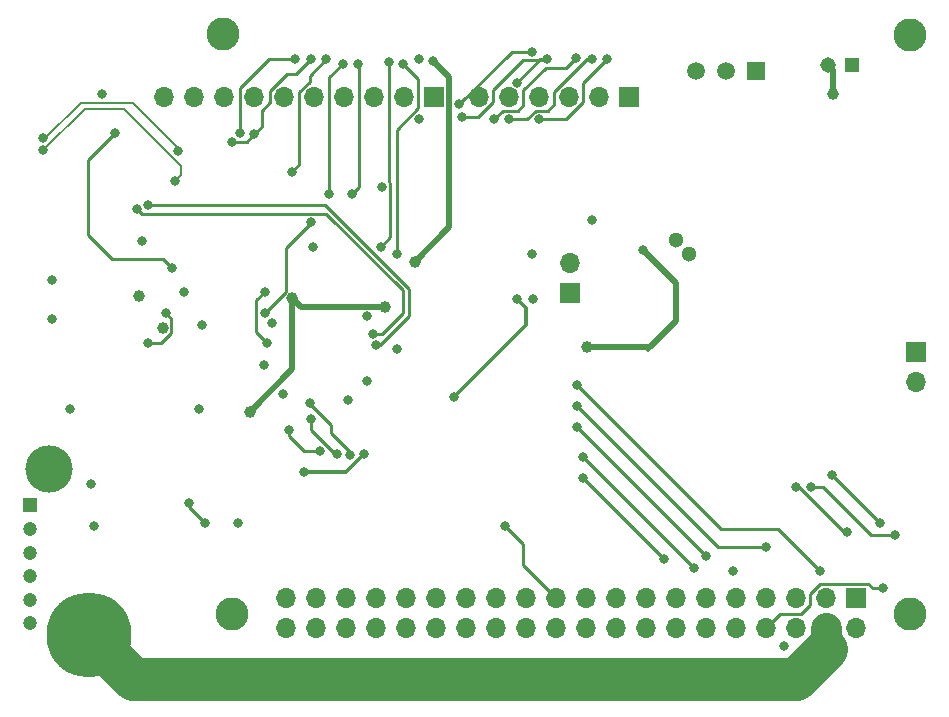
<source format=gbl>
%TF.GenerationSoftware,KiCad,Pcbnew,7.0.7*%
%TF.CreationDate,2024-08-03T11:40:47-04:00*%
%TF.ProjectId,mainbox1.0,6d61696e-626f-4783-912e-302e6b696361,rev?*%
%TF.SameCoordinates,Original*%
%TF.FileFunction,Copper,L4,Bot*%
%TF.FilePolarity,Positive*%
%FSLAX46Y46*%
G04 Gerber Fmt 4.6, Leading zero omitted, Abs format (unit mm)*
G04 Created by KiCad (PCBNEW 7.0.7) date 2024-08-03 11:40:47*
%MOMM*%
%LPD*%
G01*
G04 APERTURE LIST*
%TA.AperFunction,ComponentPad*%
%ADD10C,2.800000*%
%TD*%
%TA.AperFunction,ComponentPad*%
%ADD11C,1.300000*%
%TD*%
%TA.AperFunction,ComponentPad*%
%ADD12O,1.700000X1.700000*%
%TD*%
%TA.AperFunction,ComponentPad*%
%ADD13R,1.700000X1.700000*%
%TD*%
%TA.AperFunction,ComponentPad*%
%ADD14R,1.308000X1.308000*%
%TD*%
%TA.AperFunction,ComponentPad*%
%ADD15C,1.308000*%
%TD*%
%TA.AperFunction,ComponentPad*%
%ADD16R,1.508000X1.508000*%
%TD*%
%TA.AperFunction,ComponentPad*%
%ADD17C,1.508000*%
%TD*%
%TA.AperFunction,ComponentPad*%
%ADD18R,1.200000X1.200000*%
%TD*%
%TA.AperFunction,ComponentPad*%
%ADD19C,1.200000*%
%TD*%
%TA.AperFunction,ViaPad*%
%ADD20C,0.800000*%
%TD*%
%TA.AperFunction,ViaPad*%
%ADD21C,4.000000*%
%TD*%
%TA.AperFunction,ViaPad*%
%ADD22C,1.000000*%
%TD*%
%TA.AperFunction,ViaPad*%
%ADD23C,7.190000*%
%TD*%
%TA.AperFunction,Conductor*%
%ADD24C,0.500000*%
%TD*%
%TA.AperFunction,Conductor*%
%ADD25C,0.250000*%
%TD*%
%TA.AperFunction,Conductor*%
%ADD26C,0.350000*%
%TD*%
%TA.AperFunction,Conductor*%
%ADD27C,3.600000*%
%TD*%
%TA.AperFunction,Conductor*%
%ADD28C,2.600000*%
%TD*%
%TA.AperFunction,Conductor*%
%ADD29C,0.200000*%
%TD*%
G04 APERTURE END LIST*
D10*
%TO.P,H4,1*%
%TO.N,N/C*%
X167894000Y-53217000D03*
%TD*%
D11*
%TO.P,IC2,38,GND_6*%
%TO.N,GND*%
X149225000Y-71755000D03*
X148105000Y-70595000D03*
%TD*%
D10*
%TO.P,H3,1*%
%TO.N,N/C*%
X109728000Y-53090000D03*
%TD*%
%TO.P,H2,1*%
%TO.N,N/C*%
X110490000Y-102235000D03*
%TD*%
%TO.P,H1,1*%
%TO.N,N/C*%
X167894000Y-102239000D03*
%TD*%
D12*
%TO.P,J9,6,Pin_6*%
%TO.N,DS6*%
X131445000Y-58420000D03*
%TO.P,J9,5,Pin_5*%
%TO.N,DS5*%
X133985000Y-58420000D03*
%TO.P,J9,4,Pin_4*%
%TO.N,DS4*%
X136525000Y-58420000D03*
%TO.P,J9,3,Pin_3*%
%TO.N,DS3*%
X139065000Y-58420000D03*
%TO.P,J9,2,Pin_2*%
%TO.N,DS2*%
X141605000Y-58420000D03*
D13*
%TO.P,J9,1,Pin_1*%
%TO.N,DS1*%
X144145000Y-58420000D03*
%TD*%
D12*
%TO.P,J8,10,Pin_10*%
%TO.N,ANI3*%
X104775000Y-58420000D03*
%TO.P,J8,9,Pin_9*%
%TO.N,ANI16*%
X107315000Y-58420000D03*
%TO.P,J8,8,Pin_8*%
%TO.N,ANI1*%
X109855000Y-58420000D03*
%TO.P,J8,7,Pin_7*%
%TO.N,ANI15*%
X112395000Y-58420000D03*
%TO.P,J8,6,Pin_6*%
%TO.N,ANI14*%
X114935000Y-58420000D03*
%TO.P,J8,5,Pin_5*%
%TO.N,ANI13*%
X117475000Y-58420000D03*
%TO.P,J8,4,Pin_4*%
%TO.N,ANI11*%
X120015000Y-58420000D03*
%TO.P,J8,3,Pin_3*%
%TO.N,ANI9*%
X122555000Y-58420000D03*
%TO.P,J8,2,Pin_2*%
%TO.N,GND*%
X125095000Y-58420000D03*
D13*
%TO.P,J8,1,Pin_1*%
%TO.N,5VASupply{slash}Ref*%
X127635000Y-58420000D03*
%TD*%
%TO.P,J12,1,Pin_1*%
%TO.N,unconnected-(J12-Pin_1-Pad1)*%
X163322000Y-100838000D03*
D12*
%TO.P,J12,2,Pin_2*%
%TO.N,5.2V*%
X163322000Y-103378000D03*
%TO.P,J12,3,Pin_3*%
%TO.N,DO1*%
X160782000Y-100838000D03*
%TO.P,J12,4,Pin_4*%
%TO.N,5.2V*%
X160782000Y-103378000D03*
%TO.P,J12,5,Pin_5*%
%TO.N,DO2*%
X158242000Y-100838000D03*
%TO.P,J12,6,Pin_6*%
%TO.N,GND*%
X158242000Y-103378000D03*
%TO.P,J12,7,Pin_7*%
%TO.N,DO3*%
X155702000Y-100838000D03*
%TO.P,J12,8,Pin_8*%
%TO.N,Net-(J12-Pin_8)*%
X155702000Y-103378000D03*
%TO.P,J12,9,Pin_9*%
%TO.N,GND*%
X153162000Y-100838000D03*
%TO.P,J12,10,Pin_10*%
%TO.N,Net-(J12-Pin_10)*%
X153162000Y-103378000D03*
%TO.P,J12,11,Pin_11*%
%TO.N,DO4*%
X150622000Y-100838000D03*
%TO.P,J12,12,Pin_12*%
%TO.N,unconnected-(J12-Pin_12-Pad12)*%
X150622000Y-103378000D03*
%TO.P,J12,13,Pin_13*%
%TO.N,DO5*%
X148082000Y-100838000D03*
%TO.P,J12,14,Pin_14*%
%TO.N,unconnected-(J12-Pin_14-Pad14)*%
X148082000Y-103378000D03*
%TO.P,J12,15,Pin_15*%
%TO.N,DO6*%
X145542000Y-100838000D03*
%TO.P,J12,16,Pin_16*%
%TO.N,unconnected-(J12-Pin_16-Pad16)*%
X145542000Y-103378000D03*
%TO.P,J12,17,Pin_17*%
%TO.N,3V3*%
X143002000Y-100838000D03*
%TO.P,J12,18,Pin_18*%
%TO.N,unconnected-(J12-Pin_18-Pad18)*%
X143002000Y-103378000D03*
%TO.P,J12,19,Pin_19*%
%TO.N,DIN*%
X140462000Y-100838000D03*
%TO.P,J12,20,Pin_20*%
%TO.N,unconnected-(J12-Pin_20-Pad20)*%
X140462000Y-103378000D03*
%TO.P,J12,21,Pin_21*%
%TO.N,DOUT*%
X137922000Y-100838000D03*
%TO.P,J12,22,Pin_22*%
%TO.N,unconnected-(J12-Pin_22-Pad22)*%
X137922000Y-103378000D03*
%TO.P,J12,23,Pin_23*%
%TO.N,SCLK*%
X135382000Y-100838000D03*
%TO.P,J12,24,Pin_24*%
%TO.N,CS*%
X135382000Y-103378000D03*
%TO.P,J12,25,Pin_25*%
%TO.N,unconnected-(J12-Pin_25-Pad25)*%
X132842000Y-100838000D03*
%TO.P,J12,26,Pin_26*%
%TO.N,unconnected-(J12-Pin_26-Pad26)*%
X132842000Y-103378000D03*
%TO.P,J12,27,Pin_27*%
%TO.N,unconnected-(J12-Pin_27-Pad27)*%
X130302000Y-100838000D03*
%TO.P,J12,28,Pin_28*%
%TO.N,unconnected-(J12-Pin_28-Pad28)*%
X130302000Y-103378000D03*
%TO.P,J12,29,Pin_29*%
%TO.N,unconnected-(J12-Pin_29-Pad29)*%
X127762000Y-100838000D03*
%TO.P,J12,30,Pin_30*%
%TO.N,unconnected-(J12-Pin_30-Pad30)*%
X127762000Y-103378000D03*
%TO.P,J12,31,Pin_31*%
%TO.N,unconnected-(J12-Pin_31-Pad31)*%
X125222000Y-100838000D03*
%TO.P,J12,32,Pin_32*%
%TO.N,unconnected-(J12-Pin_32-Pad32)*%
X125222000Y-103378000D03*
%TO.P,J12,33,Pin_33*%
%TO.N,unconnected-(J12-Pin_33-Pad33)*%
X122682000Y-100838000D03*
%TO.P,J12,34,Pin_34*%
%TO.N,unconnected-(J12-Pin_34-Pad34)*%
X122682000Y-103378000D03*
%TO.P,J12,35,Pin_35*%
%TO.N,unconnected-(J12-Pin_35-Pad35)*%
X120142000Y-100838000D03*
%TO.P,J12,36,Pin_36*%
%TO.N,unconnected-(J12-Pin_36-Pad36)*%
X120142000Y-103378000D03*
%TO.P,J12,37,Pin_37*%
%TO.N,unconnected-(J12-Pin_37-Pad37)*%
X117602000Y-100838000D03*
%TO.P,J12,38,Pin_38*%
%TO.N,unconnected-(J12-Pin_38-Pad38)*%
X117602000Y-103378000D03*
%TO.P,J12,39,Pin_39*%
%TO.N,unconnected-(J12-Pin_39-Pad39)*%
X115062000Y-100838000D03*
%TO.P,J12,40,Pin_40*%
%TO.N,unconnected-(J12-Pin_40-Pad40)*%
X115062000Y-103378000D03*
%TD*%
D13*
%TO.P,J6,1,Pin_1*%
%TO.N,Net-(IC2-DIO6{slash}~{RTS})*%
X168402000Y-80005000D03*
D12*
%TO.P,J6,2,Pin_2*%
%TO.N,Net-(IC2-DIO9{slash}ON{slash}~{SLEEP})*%
X168402000Y-82545000D03*
%TD*%
D14*
%TO.P,J5,1,Pin_1*%
%TO.N,GND*%
X163001200Y-55755700D03*
D15*
%TO.P,J5,2,Pin_2*%
%TO.N,5VXbee*%
X161001200Y-55755700D03*
%TD*%
D16*
%TO.P,PS1,1,+VIN*%
%TO.N,Net-(PS1-+VIN)*%
X154863800Y-56286400D03*
D17*
%TO.P,PS1,2,GND*%
%TO.N,GND*%
X152323800Y-56286400D03*
%TO.P,PS1,3,+VOUT*%
%TO.N,Net-(D1-A)*%
X149783800Y-56286400D03*
%TD*%
D18*
%TO.P,J7,1,Pin_1*%
%TO.N,GND*%
X93382000Y-93023500D03*
D19*
%TO.P,J7,2,Pin_2*%
X93382000Y-95023500D03*
%TO.P,J7,3,Pin_3*%
X93382000Y-97023500D03*
%TO.P,J7,4,Pin_4*%
%TO.N,5.2V*%
X93382000Y-99023500D03*
%TO.P,J7,5,Pin_5*%
X93382000Y-101023500D03*
%TO.P,J7,6,Pin_6*%
X93382000Y-103023500D03*
%TD*%
D13*
%TO.P,J4,1,Pin_1*%
%TO.N,DINXBee*%
X139115800Y-75057000D03*
D12*
%TO.P,J4,2,Pin_2*%
%TO.N,DOUTXBee*%
X139115800Y-72517000D03*
%TD*%
D20*
%TO.N,VOUT*%
X145288000Y-71374000D03*
%TO.N,DS5*%
X134620000Y-57239500D03*
%TO.N,DS3*%
X139626850Y-55171851D03*
X132715000Y-60325000D03*
%TO.N,DS2*%
X133985000Y-60325000D03*
X140970000Y-55245000D03*
%TO.N,DS1*%
X136525000Y-60325000D03*
X142240000Y-55245000D03*
%TO.N,DS5*%
X137160000Y-55245000D03*
X130011024Y-60161024D03*
%TO.N,DS6*%
X129754500Y-59055000D03*
X135890000Y-54610000D03*
%TO.N,ANI16*%
X110490000Y-62230000D03*
%TO.N,5VASupply{slash}Ref*%
X127508000Y-55372000D03*
%TO.N,ANI3*%
X111210795Y-61505500D03*
X115824000Y-55245000D03*
%TO.N,ANI16*%
X112395000Y-61595000D03*
X117231267Y-55245991D03*
%TO.N,ANI1*%
X115570000Y-64770000D03*
X118481244Y-55245500D03*
%TO.N,ANI15*%
X119883003Y-55621003D03*
X118745000Y-66675000D03*
%TO.N,ANI14*%
X121158000Y-55626000D03*
X120650000Y-66675000D03*
%TO.N,ANI13*%
X123190000Y-66040000D03*
%TO.N,GND*%
X126365000Y-55245000D03*
X126365000Y-60325000D03*
X110998000Y-94488000D03*
X120371901Y-84098099D03*
X121927639Y-82535300D03*
X98806000Y-94751300D03*
X152908000Y-98552000D03*
X98552000Y-91186000D03*
X124460000Y-79756000D03*
X114808000Y-83566000D03*
X135994851Y-75565000D03*
X121939799Y-76981799D03*
X95250000Y-77216000D03*
X140970000Y-68884800D03*
X102870000Y-70612000D03*
X157226000Y-104902000D03*
X113894900Y-77621100D03*
X95250000Y-73914000D03*
X99466400Y-58228500D03*
X106426000Y-74930000D03*
X107696000Y-84836000D03*
X113226233Y-81143843D03*
X117348000Y-71120000D03*
X96774000Y-84836000D03*
D21*
X94996000Y-89916000D03*
D20*
X107950000Y-77724000D03*
D22*
%TO.N,5VADC*%
X102620181Y-75276300D03*
X104635000Y-77978000D03*
%TO.N,5VASupply{slash}Ref*%
X115585070Y-75442797D03*
X125984000Y-72390000D03*
X112014000Y-85090000D03*
X123444000Y-76200000D03*
D20*
%TO.N,3V3*%
X116586000Y-90170000D03*
X135890000Y-71755000D03*
X129286000Y-83820000D03*
X121666000Y-88646000D03*
X134645400Y-75565000D03*
%TO.N,5.2V*%
X108204000Y-94488000D03*
D23*
X98425000Y-104013000D03*
D20*
X106893185Y-92793460D03*
%TO.N,2.5V*%
X100584000Y-61468000D03*
X105410000Y-72898000D03*
X104882700Y-76754632D03*
X103378000Y-79248000D03*
D22*
%TO.N,5VXbee*%
X161391600Y-58226500D03*
D20*
%TO.N,VOUT*%
X161290000Y-90424000D03*
D22*
X140538200Y-79578200D03*
D20*
X165354000Y-94488000D03*
%TO.N,ANI1*%
X117221000Y-69050500D03*
X113295500Y-76708000D03*
%TO.N,ANI3*%
X113284000Y-74930000D03*
X113502221Y-79278324D03*
%TO.N,DOUT*%
X133604000Y-94742000D03*
X120523000Y-88764402D03*
X117084700Y-84328000D03*
%TO.N,DIN*%
X119380000Y-88646000D03*
X117216701Y-85720701D03*
%TO.N,Net-(IC1-~{ERROR})*%
X117954700Y-88387701D03*
X115316000Y-86614000D03*
%TO.N,SG1*%
X122744070Y-79434211D03*
X103405431Y-67553347D03*
%TO.N,SG2*%
X102486799Y-67947201D03*
X122428000Y-78486000D03*
%TO.N,ANI9*%
X124460000Y-71755000D03*
X124968000Y-55626000D03*
%TO.N,ANI11*%
X123113800Y-71120000D03*
X123825000Y-55523600D03*
%TO.N,SG1-*%
X105664000Y-65565500D03*
X94518274Y-62949644D03*
%TO.N,SG1+*%
X105918000Y-62992000D03*
X94488000Y-61950600D03*
%TO.N,DO5*%
X140208000Y-90678000D03*
X147066000Y-97536000D03*
%TO.N,DO4*%
X140208000Y-88900000D03*
X149606000Y-98298000D03*
%TO.N,DO3*%
X150622000Y-97282000D03*
X139700000Y-86360000D03*
%TO.N,DO2*%
X155702000Y-96520000D03*
X139700000Y-84582000D03*
%TO.N,DO1*%
X139700000Y-82804000D03*
X160274000Y-98552000D03*
%TO.N,DOUTXBee*%
X159512000Y-91440000D03*
X166624000Y-95504000D03*
%TO.N,DINXBee*%
X158242000Y-91440000D03*
X162560000Y-95250000D03*
%TO.N,Net-(J12-Pin_8)*%
X165608000Y-100059503D03*
%TD*%
D24*
%TO.N,5VASupply{slash}Ref*%
X127508000Y-55372000D02*
X128905000Y-56769000D01*
X128905000Y-69469000D02*
X125984000Y-72390000D01*
X128905000Y-56769000D02*
X128905000Y-69469000D01*
D25*
%TO.N,ANI9*%
X124968000Y-55626000D02*
X126270000Y-56927999D01*
X126270000Y-56927999D02*
X126270000Y-59394695D01*
X126270000Y-59394695D02*
X124460000Y-61204695D01*
X124460000Y-61204695D02*
X124460000Y-71755000D01*
%TO.N,ANI11*%
X123915000Y-70318800D02*
X123113800Y-71120000D01*
X123825000Y-65649695D02*
X123915000Y-65739695D01*
X123825000Y-55523600D02*
X123825000Y-65649695D01*
X123915000Y-65739695D02*
X123915000Y-70318800D01*
%TO.N,ANI14*%
X121158000Y-55626000D02*
X121285000Y-55753000D01*
X121285000Y-55753000D02*
X121285000Y-66040000D01*
X121285000Y-66040000D02*
X120650000Y-66675000D01*
%TO.N,ANI15*%
X119883003Y-55621003D02*
X118745000Y-56759006D01*
X118745000Y-56759006D02*
X118745000Y-59690000D01*
%TO.N,ANI1*%
X118481244Y-55245500D02*
X117083299Y-56643445D01*
X116205000Y-58028299D02*
X116205000Y-64135000D01*
X117083299Y-56643445D02*
X117083299Y-57150000D01*
X116205000Y-64135000D02*
X115570000Y-64770000D01*
X117083299Y-57150000D02*
X116205000Y-58028299D01*
%TO.N,ANI16*%
X117231267Y-55245991D02*
X115962258Y-56515000D01*
X113760000Y-58906701D02*
X113030000Y-59636701D01*
X115962258Y-56515000D02*
X115178299Y-56515000D01*
X115178299Y-56515000D02*
X113760000Y-57933299D01*
X113760000Y-57933299D02*
X113760000Y-58906701D01*
X113030000Y-59636701D02*
X113030000Y-60960000D01*
X113030000Y-60960000D02*
X112395000Y-61595000D01*
%TO.N,ANI3*%
X111220000Y-58906701D02*
X111210795Y-58915906D01*
X115824000Y-55245000D02*
X113665000Y-55245000D01*
X111220000Y-57690000D02*
X111220000Y-58906701D01*
X111210795Y-58915906D02*
X111210795Y-61505500D01*
X113665000Y-55245000D02*
X111220000Y-57690000D01*
D24*
%TO.N,VOUT*%
X145872200Y-79629000D02*
X148082000Y-77419200D01*
X148082000Y-77419200D02*
X148082000Y-74168000D01*
X148082000Y-74168000D02*
X145288000Y-71374000D01*
D25*
%TO.N,DS5*%
X134620000Y-57239500D02*
X136614500Y-55245000D01*
X136614500Y-55245000D02*
X137160000Y-55245000D01*
%TO.N,DS3*%
X134710000Y-59600000D02*
X133440000Y-59600000D01*
X135160000Y-57880000D02*
X135160000Y-59150000D01*
X138828701Y-55970000D02*
X137070000Y-55970000D01*
X133440000Y-59600000D02*
X132715000Y-60325000D01*
X137070000Y-55970000D02*
X135160000Y-57880000D01*
X135160000Y-59150000D02*
X134710000Y-59600000D01*
X139626850Y-55171851D02*
X138828701Y-55970000D01*
%TO.N,DS2*%
X135499695Y-60325000D02*
X136229695Y-59595000D01*
X137255000Y-59595000D02*
X137795000Y-59055000D01*
X136229695Y-59595000D02*
X137255000Y-59595000D01*
X133985000Y-60325000D02*
X135499695Y-60325000D01*
X137795000Y-59055000D02*
X137795000Y-58028299D01*
X140578299Y-55245000D02*
X140970000Y-55245000D01*
X137795000Y-58028299D02*
X140578299Y-55245000D01*
%TO.N,DS1*%
X140240000Y-58906701D02*
X140240000Y-57245000D01*
X138821701Y-60325000D02*
X140240000Y-58906701D01*
X136525000Y-60325000D02*
X138821701Y-60325000D01*
X140240000Y-57245000D02*
X142240000Y-55245000D01*
%TO.N,DS5*%
X130011024Y-60161024D02*
X131365677Y-60161024D01*
X131365677Y-60161024D02*
X132620000Y-58906701D01*
X135165000Y-55335000D02*
X137070000Y-55335000D01*
X132620000Y-58906701D02*
X132620000Y-57880000D01*
X132620000Y-57880000D02*
X135165000Y-55335000D01*
X137070000Y-55335000D02*
X137160000Y-55245000D01*
%TO.N,DS6*%
X134199500Y-54610000D02*
X129754500Y-59055000D01*
X135890000Y-54610000D02*
X134199500Y-54610000D01*
%TO.N,ANI15*%
X118745000Y-66675000D02*
X118745000Y-59568350D01*
%TO.N,ANI16*%
X111760000Y-62230000D02*
X110490000Y-62230000D01*
X112395000Y-61595000D02*
X111760000Y-62230000D01*
%TO.N,ANI13*%
X123104097Y-65954097D02*
X123190000Y-66040000D01*
%TO.N,SG1*%
X103405431Y-67553347D02*
X118353347Y-67553347D01*
X118353347Y-67553347D02*
X125476000Y-74676000D01*
X125476000Y-74676000D02*
X125476000Y-76962000D01*
X125476000Y-76962000D02*
X123003789Y-79434211D01*
X123003789Y-79434211D02*
X122744070Y-79434211D01*
%TO.N,SG2*%
X102486799Y-67947201D02*
X102865598Y-68326000D01*
X118491000Y-68326000D02*
X124968000Y-74803000D01*
X123190000Y-78486000D02*
X122428000Y-78486000D01*
X102865598Y-68326000D02*
X118491000Y-68326000D01*
X124968000Y-74803000D02*
X124968000Y-76708000D01*
X124968000Y-76708000D02*
X123190000Y-78486000D01*
D26*
%TO.N,3V3*%
X135382000Y-76301600D02*
X135382000Y-77724000D01*
X134645400Y-75565000D02*
X135382000Y-76301600D01*
X135382000Y-77724000D02*
X129286000Y-83820000D01*
D24*
%TO.N,5VASupply{slash}Ref*%
X123444000Y-76200000D02*
X116342273Y-76200000D01*
X116342273Y-76200000D02*
X115585070Y-75442797D01*
X115585070Y-81518930D02*
X115585070Y-75442797D01*
X112014000Y-85090000D02*
X115585070Y-81518930D01*
D26*
%TO.N,3V3*%
X120142000Y-90170000D02*
X121666000Y-88646000D01*
X116586000Y-90170000D02*
X120142000Y-90170000D01*
D27*
%TO.N,5.2V*%
X102108000Y-107696000D02*
X158242000Y-107696000D01*
D25*
X106893185Y-92793460D02*
X106893185Y-93177185D01*
D28*
X160782000Y-105156000D02*
X160782000Y-103378000D01*
D27*
X98425000Y-104013000D02*
X102108000Y-107696000D01*
X99949000Y-105537000D02*
X102108000Y-107696000D01*
D25*
X106893185Y-93177185D02*
X108204000Y-94488000D01*
D27*
X158242000Y-107696000D02*
X160782000Y-105156000D01*
D25*
%TO.N,2.5V*%
X103378000Y-79248000D02*
X104519152Y-79248000D01*
X105360000Y-78407152D02*
X105360000Y-77231932D01*
X98298000Y-70104000D02*
X98298000Y-63754000D01*
X98298000Y-63754000D02*
X100584000Y-61468000D01*
X104648000Y-72136000D02*
X100330000Y-72136000D01*
X100330000Y-72136000D02*
X98298000Y-70104000D01*
X105410000Y-72898000D02*
X104648000Y-72136000D01*
X104519152Y-79248000D02*
X105360000Y-78407152D01*
X105360000Y-77231932D02*
X104882700Y-76754632D01*
%TO.N,5VXbee*%
X161391600Y-56146100D02*
X161001200Y-55755700D01*
D24*
X161391600Y-58226500D02*
X161391600Y-56146100D01*
D25*
%TO.N,VOUT*%
X140538200Y-79578200D02*
X140589000Y-79629000D01*
D24*
X140589000Y-79629000D02*
X145872200Y-79629000D01*
D25*
X145872200Y-79629000D02*
X145643600Y-79857600D01*
X161290000Y-90424000D02*
X165354000Y-94488000D01*
%TO.N,ANI1*%
X115062000Y-71272400D02*
X115062000Y-74941500D01*
X117221000Y-69050500D02*
X117221000Y-69113400D01*
X115062000Y-74941500D02*
X113295500Y-76708000D01*
X117221000Y-69113400D02*
X115062000Y-71272400D01*
%TO.N,ANI3*%
X113502221Y-79278324D02*
X112570500Y-78346603D01*
X112570500Y-75643500D02*
X113284000Y-74930000D01*
X112570500Y-78346603D02*
X112570500Y-75643500D01*
%TO.N,DOUT*%
X135128000Y-96266000D02*
X135128000Y-98044000D01*
X135128000Y-98044000D02*
X137922000Y-100838000D01*
X118872000Y-86237650D02*
X118872000Y-86868000D01*
X118872000Y-86868000D02*
X120650000Y-88646000D01*
X120650000Y-88891402D02*
X120523000Y-88764402D01*
X133604000Y-94742000D02*
X135128000Y-96266000D01*
X117084700Y-84328000D02*
X117084700Y-84450350D01*
X117084700Y-84450350D02*
X118872000Y-86237650D01*
X120650000Y-88646000D02*
X120650000Y-88891402D01*
%TO.N,DIN*%
X117216701Y-86609701D02*
X119253000Y-88646000D01*
X117216701Y-85720701D02*
X117216701Y-86609701D01*
X119253000Y-88646000D02*
X119380000Y-88646000D01*
%TO.N,Net-(IC1-~{ERROR})*%
X115316000Y-87122000D02*
X115316000Y-86614000D01*
X116581701Y-88387701D02*
X115316000Y-87122000D01*
X117954700Y-88387701D02*
X116581701Y-88387701D01*
D29*
%TO.N,SG1-*%
X98044000Y-59436000D02*
X101346000Y-59436000D01*
X106172000Y-64262000D02*
X106172000Y-65057500D01*
X106172000Y-65057500D02*
X105664000Y-65565500D01*
X101346000Y-59436000D02*
X106172000Y-64262000D01*
X94518274Y-62949644D02*
X94530356Y-62949644D01*
X94530356Y-62949644D02*
X98044000Y-59436000D01*
%TO.N,SG1+*%
X102108000Y-58928000D02*
X105918000Y-62738000D01*
X97730000Y-58928000D02*
X102108000Y-58928000D01*
X105918000Y-62738000D02*
X105918000Y-62992000D01*
X94707400Y-61950600D02*
X97730000Y-58928000D01*
X94488000Y-61950600D02*
X94707400Y-61950600D01*
D25*
%TO.N,DO5*%
X140208000Y-90678000D02*
X147066000Y-97536000D01*
%TO.N,DO4*%
X140208000Y-88900000D02*
X149606000Y-98298000D01*
%TO.N,DO3*%
X139700000Y-86360000D02*
X150622000Y-97282000D01*
%TO.N,DO2*%
X139700000Y-84582000D02*
X151638000Y-96520000D01*
X151638000Y-96520000D02*
X155702000Y-96520000D01*
%TO.N,DO1*%
X156718000Y-94996000D02*
X151892000Y-94996000D01*
X160274000Y-98552000D02*
X156718000Y-94996000D01*
X151892000Y-94996000D02*
X139700000Y-82804000D01*
%TO.N,DOUTXBee*%
X166624000Y-95504000D02*
X164593565Y-95504000D01*
X160529565Y-91440000D02*
X159512000Y-91440000D01*
X164593565Y-95504000D02*
X160529565Y-91440000D01*
%TO.N,DINXBee*%
X158496000Y-91440000D02*
X158787000Y-91731000D01*
X158787000Y-91731000D02*
X158787000Y-91740305D01*
X159221000Y-92165000D02*
X162306000Y-95250000D01*
X158787000Y-91740305D02*
X159211695Y-92165000D01*
X159211695Y-92165000D02*
X159221000Y-92165000D01*
X158242000Y-91440000D02*
X158496000Y-91440000D01*
%TO.N,Net-(J12-Pin_8)*%
X165608000Y-100059503D02*
X164765503Y-100059503D01*
X164369000Y-99663000D02*
X160295299Y-99663000D01*
X160295299Y-99663000D02*
X159417000Y-100541299D01*
X159417000Y-101441000D02*
X158655000Y-102203000D01*
X158655000Y-102203000D02*
X156877000Y-102203000D01*
X164765503Y-100059503D02*
X164369000Y-99663000D01*
X159417000Y-100541299D02*
X159417000Y-101441000D01*
X156877000Y-102203000D02*
X155702000Y-103378000D01*
%TD*%
M02*

</source>
